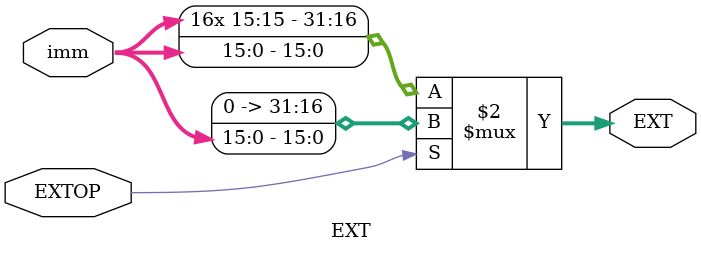
<source format=v>
`timescale 1ns / 1ps
module EXT(
    input EXTOP,//ctrl
    input [15:0] imm,//IM
    output [31:0] EXT
    );

assign EXT = (EXTOP == 0)? /*sign*/{{16{imm[15]}},imm}: {{16{1'b0}},imm};
//0-signedext//1-zeroext
endmodule

</source>
